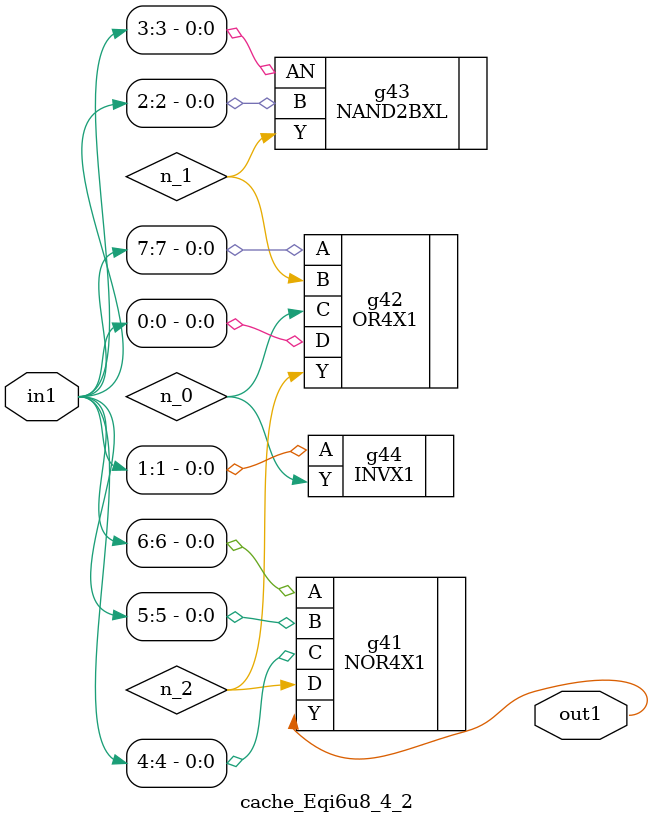
<source format=v>
`timescale 1ps / 1ps


module cache_Eqi6u8_4_2(in1, out1);
  input [7:0] in1;
  output out1;
  wire [7:0] in1;
  wire out1;
  wire n_0, n_1, n_2;
  NOR4X1 g41(.A (in1[6]), .B (in1[5]), .C (in1[4]), .D (n_2), .Y
       (out1));
  OR4X1 g42(.A (in1[7]), .B (n_1), .C (n_0), .D (in1[0]), .Y (n_2));
  NAND2BXL g43(.AN (in1[3]), .B (in1[2]), .Y (n_1));
  INVX1 g44(.A (in1[1]), .Y (n_0));
endmodule



</source>
